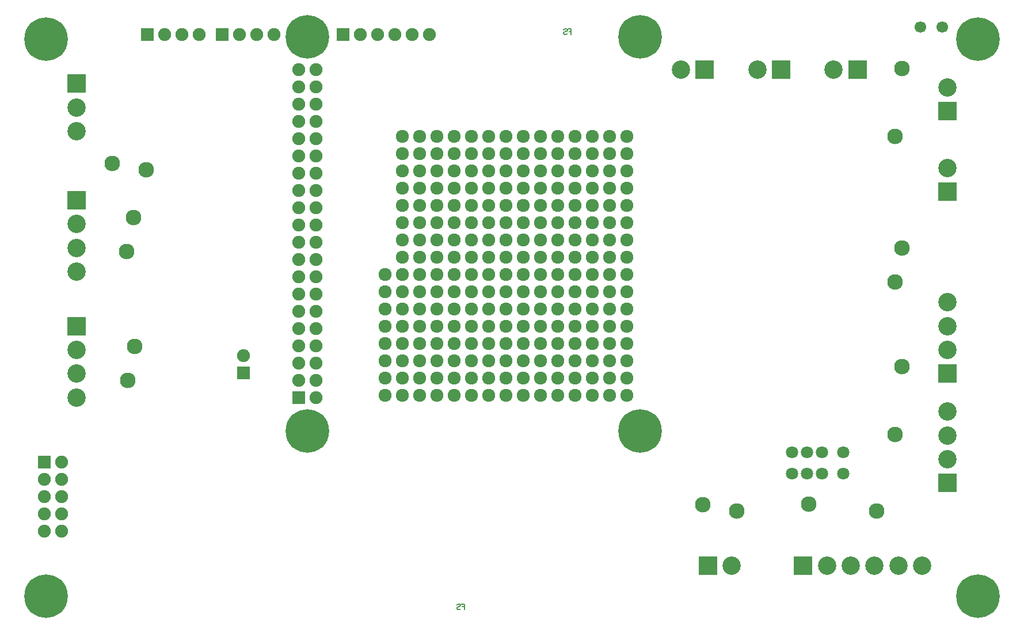
<source format=gbs>
G04*
G04 #@! TF.GenerationSoftware,Altium Limited,Altium Designer,19.1.7 (138)*
G04*
G04 Layer_Color=16711935*
%FSLAX44Y44*%
%MOMM*%
G71*
G01*
G75*
%ADD14C,0.2000*%
%ADD69C,1.9000*%
%ADD70R,1.9000X1.9000*%
%ADD71C,2.3000*%
%ADD72C,1.9240*%
%ADD73C,2.7000*%
%ADD74R,2.7000X2.7000*%
%ADD75R,2.7000X2.7000*%
%ADD76C,1.8000*%
%ADD77C,1.7000*%
%ADD78C,6.4000*%
%ADD79R,1.9000X1.9000*%
D14*
X807412Y869503D02*
Y861504D01*
Y869503D02*
X802460D01*
X807412Y865694D02*
X804365D01*
X796214Y868360D02*
X796976Y869122D01*
X798119Y869503D01*
X799642D01*
X800785Y869122D01*
X801546Y868360D01*
Y867598D01*
X801166Y866836D01*
X800785Y866456D01*
X800023Y866075D01*
X797738Y865313D01*
X796976Y864932D01*
X796595Y864551D01*
X796214Y863790D01*
Y862647D01*
X796976Y861885D01*
X798119Y861504D01*
X799642D01*
X800785Y861885D01*
X801546Y862647D01*
X650240Y23238D02*
Y15240D01*
Y23238D02*
X645289D01*
X650240Y19430D02*
X647193D01*
X639042Y22096D02*
X639804Y22857D01*
X640947Y23238D01*
X642470D01*
X643613Y22857D01*
X644375Y22096D01*
Y21334D01*
X643994Y20572D01*
X643613Y20191D01*
X642851Y19811D01*
X640566Y19049D01*
X639804Y18668D01*
X639423Y18287D01*
X639042Y17525D01*
Y16383D01*
X639804Y15621D01*
X640947Y15240D01*
X642470D01*
X643613Y15621D01*
X644375Y16383D01*
D69*
X406300Y809300D02*
D03*
Y783900D02*
D03*
Y758500D02*
D03*
Y733100D02*
D03*
Y707700D02*
D03*
Y682300D02*
D03*
Y656900D02*
D03*
Y631500D02*
D03*
Y606100D02*
D03*
Y580700D02*
D03*
Y555300D02*
D03*
Y529900D02*
D03*
X431700Y809300D02*
D03*
Y783900D02*
D03*
Y758500D02*
D03*
Y733100D02*
D03*
Y707700D02*
D03*
Y682300D02*
D03*
Y656900D02*
D03*
Y631500D02*
D03*
Y606100D02*
D03*
Y580700D02*
D03*
Y555300D02*
D03*
Y529900D02*
D03*
Y326700D02*
D03*
X406300Y352100D02*
D03*
X431700D02*
D03*
X406300Y377500D02*
D03*
X431700D02*
D03*
X406300Y402900D02*
D03*
X431700D02*
D03*
X406300Y428300D02*
D03*
X431700D02*
D03*
X406300Y453700D02*
D03*
X431700D02*
D03*
X406300Y479100D02*
D03*
X431700D02*
D03*
Y504500D02*
D03*
X406300D02*
D03*
X598750Y861504D02*
D03*
X573350D02*
D03*
X547950D02*
D03*
X522550D02*
D03*
X497150D02*
D03*
X209498Y861000D02*
D03*
X234898D02*
D03*
X260298D02*
D03*
X325500Y388700D02*
D03*
X58000Y232600D02*
D03*
X32600Y207200D02*
D03*
X58000D02*
D03*
X32600Y181800D02*
D03*
X58000D02*
D03*
X32600Y156400D02*
D03*
X58000D02*
D03*
X32600Y131000D02*
D03*
X58000D02*
D03*
X370102Y861000D02*
D03*
X344702D02*
D03*
X319302D02*
D03*
D70*
X406300Y326700D02*
D03*
X325500Y363300D02*
D03*
X32600Y232600D02*
D03*
D71*
X163500Y592500D02*
D03*
X153500Y542500D02*
D03*
X1283499Y272800D02*
D03*
X1293499Y372800D02*
D03*
X1001000Y170000D02*
D03*
X1051000Y160000D02*
D03*
X1293500Y811398D02*
D03*
X1283500Y711398D02*
D03*
X1283500Y497500D02*
D03*
X1293500Y547500D02*
D03*
X1156419Y170500D02*
D03*
X1256419Y160500D02*
D03*
X155000Y352500D02*
D03*
X165000Y402500D02*
D03*
X182000Y662000D02*
D03*
X132000Y672000D02*
D03*
D72*
X533400Y330200D02*
D03*
Y355600D02*
D03*
Y406400D02*
D03*
Y508000D02*
D03*
Y482600D02*
D03*
Y457200D02*
D03*
Y431800D02*
D03*
Y381000D02*
D03*
X558800Y635000D02*
D03*
X584200D02*
D03*
X609600D02*
D03*
X635000D02*
D03*
X736600D02*
D03*
X711200D02*
D03*
X685800D02*
D03*
X660400D02*
D03*
X838200D02*
D03*
X812800D02*
D03*
X787400D02*
D03*
X762000D02*
D03*
X863600D02*
D03*
X889000D02*
D03*
Y660400D02*
D03*
X863600D02*
D03*
X762000D02*
D03*
X787400D02*
D03*
X812800D02*
D03*
X838200D02*
D03*
X660400D02*
D03*
X685800D02*
D03*
X711200D02*
D03*
X736600D02*
D03*
X635000D02*
D03*
X609600D02*
D03*
X584200D02*
D03*
X558800D02*
D03*
X889000Y685800D02*
D03*
X863600D02*
D03*
X762000D02*
D03*
X787400D02*
D03*
X812800D02*
D03*
X838200D02*
D03*
X660400D02*
D03*
X685800D02*
D03*
X711200D02*
D03*
X736600D02*
D03*
X635000D02*
D03*
X609600D02*
D03*
X584200D02*
D03*
X558800D02*
D03*
X889000Y711200D02*
D03*
X863600D02*
D03*
X762000D02*
D03*
X787400D02*
D03*
X812800D02*
D03*
X838200D02*
D03*
X660400D02*
D03*
X685800D02*
D03*
X711200D02*
D03*
X736600D02*
D03*
X635000D02*
D03*
X609600D02*
D03*
X584200D02*
D03*
X558800D02*
D03*
Y533400D02*
D03*
X584200D02*
D03*
X609600D02*
D03*
X635000D02*
D03*
X736600D02*
D03*
X711200D02*
D03*
X685800D02*
D03*
X660400D02*
D03*
X838200D02*
D03*
X812800D02*
D03*
X787400D02*
D03*
X762000D02*
D03*
X863600D02*
D03*
X889000D02*
D03*
Y558800D02*
D03*
X863600D02*
D03*
X762000D02*
D03*
X787400D02*
D03*
X812800D02*
D03*
X838200D02*
D03*
X660400D02*
D03*
X685800D02*
D03*
X711200D02*
D03*
X736600D02*
D03*
X635000D02*
D03*
X609600D02*
D03*
X584200D02*
D03*
X558800D02*
D03*
X889000Y584200D02*
D03*
X863600D02*
D03*
X762000D02*
D03*
X787400D02*
D03*
X812800D02*
D03*
X838200D02*
D03*
X660400D02*
D03*
X685800D02*
D03*
X711200D02*
D03*
X736600D02*
D03*
X635000D02*
D03*
X609600D02*
D03*
X584200D02*
D03*
X558800D02*
D03*
X889000Y609600D02*
D03*
X863600D02*
D03*
X762000D02*
D03*
X787400D02*
D03*
X812800D02*
D03*
X838200D02*
D03*
X660400D02*
D03*
X685800D02*
D03*
X711200D02*
D03*
X736600D02*
D03*
X635000D02*
D03*
X609600D02*
D03*
X584200D02*
D03*
X558800D02*
D03*
Y431800D02*
D03*
X584200D02*
D03*
X609600D02*
D03*
X635000D02*
D03*
X736600D02*
D03*
X711200D02*
D03*
X685800D02*
D03*
X660400D02*
D03*
X838200D02*
D03*
X812800D02*
D03*
X787400D02*
D03*
X762000D02*
D03*
X863600D02*
D03*
X889000D02*
D03*
Y457200D02*
D03*
X863600D02*
D03*
X762000D02*
D03*
X787400D02*
D03*
X812800D02*
D03*
X838200D02*
D03*
X660400D02*
D03*
X685800D02*
D03*
X711200D02*
D03*
X736600D02*
D03*
X635000D02*
D03*
X609600D02*
D03*
X584200D02*
D03*
X558800D02*
D03*
X889000Y482600D02*
D03*
X863600D02*
D03*
X762000D02*
D03*
X787400D02*
D03*
X812800D02*
D03*
X838200D02*
D03*
X660400D02*
D03*
X685800D02*
D03*
X711200D02*
D03*
X736600D02*
D03*
X635000D02*
D03*
X609600D02*
D03*
X584200D02*
D03*
X558800D02*
D03*
X889000Y508000D02*
D03*
X863600D02*
D03*
X762000D02*
D03*
X787400D02*
D03*
X812800D02*
D03*
X838200D02*
D03*
X660400D02*
D03*
X685800D02*
D03*
X711200D02*
D03*
X736600D02*
D03*
X635000D02*
D03*
X609600D02*
D03*
X584200D02*
D03*
X558800D02*
D03*
Y406400D02*
D03*
X584200D02*
D03*
X609600D02*
D03*
X635000D02*
D03*
X736600D02*
D03*
X711200D02*
D03*
X685800D02*
D03*
X660400D02*
D03*
X838200D02*
D03*
X812800D02*
D03*
X787400D02*
D03*
X762000D02*
D03*
X863600D02*
D03*
X889000D02*
D03*
X558800Y381000D02*
D03*
X584200D02*
D03*
X609600D02*
D03*
X635000D02*
D03*
X736600D02*
D03*
X711200D02*
D03*
X685800D02*
D03*
X660400D02*
D03*
X838200D02*
D03*
X812800D02*
D03*
X787400D02*
D03*
X762000D02*
D03*
X863600D02*
D03*
X889000D02*
D03*
X558800Y355600D02*
D03*
X584200D02*
D03*
X609600D02*
D03*
X635000D02*
D03*
X736600D02*
D03*
X711200D02*
D03*
X685800D02*
D03*
X660400D02*
D03*
X838200D02*
D03*
X812800D02*
D03*
X787400D02*
D03*
X762000D02*
D03*
X863600D02*
D03*
X889000D02*
D03*
Y330200D02*
D03*
X863600D02*
D03*
X762000D02*
D03*
X787400D02*
D03*
X812800D02*
D03*
X838200D02*
D03*
X660400D02*
D03*
X685800D02*
D03*
X711200D02*
D03*
X736600D02*
D03*
X635000D02*
D03*
X609600D02*
D03*
X584200D02*
D03*
X558800D02*
D03*
D73*
X968500Y810000D02*
D03*
X1081000Y810000D02*
D03*
X1043500Y80000D02*
D03*
X1193500Y810000D02*
D03*
X1361000Y783802D02*
D03*
X1361000Y665000D02*
D03*
X1361000Y306600D02*
D03*
Y271601D02*
D03*
Y236600D02*
D03*
X1253499Y80000D02*
D03*
X1218500D02*
D03*
X1183499D02*
D03*
X1288500D02*
D03*
X1323500D02*
D03*
X1361000Y397499D02*
D03*
Y432500D02*
D03*
Y467499D02*
D03*
X79750Y512501D02*
D03*
Y547500D02*
D03*
Y582501D02*
D03*
X80000Y397501D02*
D03*
Y362500D02*
D03*
Y327501D02*
D03*
X80000Y754102D02*
D03*
Y719103D02*
D03*
D74*
X1003500Y810000D02*
D03*
X1116000Y810000D02*
D03*
X1008500Y80000D02*
D03*
X1228500Y810000D02*
D03*
X1148500Y80000D02*
D03*
D75*
X1361000Y748802D02*
D03*
X1361000Y630000D02*
D03*
X1361000Y201601D02*
D03*
Y362501D02*
D03*
X79750Y617499D02*
D03*
X80000Y432500D02*
D03*
X80000Y789103D02*
D03*
D76*
X1207848Y247026D02*
D03*
X1175848D02*
D03*
X1153848D02*
D03*
X1131848D02*
D03*
Y215025D02*
D03*
X1153848D02*
D03*
X1175848D02*
D03*
X1207848D02*
D03*
D77*
X1321000Y872500D02*
D03*
X1353500Y872500D02*
D03*
D78*
X1406000Y35000D02*
D03*
Y855000D02*
D03*
X909000Y858000D02*
D03*
X419000D02*
D03*
X909000Y278000D02*
D03*
X419000D02*
D03*
X35000Y35000D02*
D03*
Y855000D02*
D03*
D79*
X471750Y861504D02*
D03*
X184098Y861000D02*
D03*
X293902D02*
D03*
M02*

</source>
